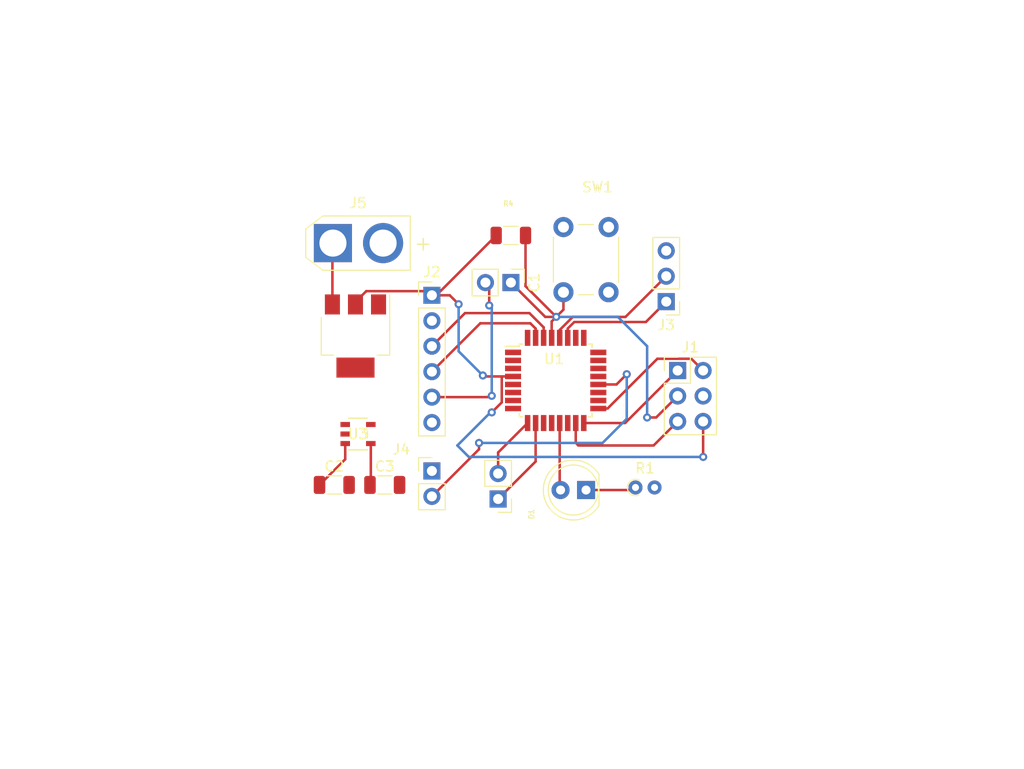
<source format=kicad_pcb>
(kicad_pcb (version 20221018) (generator pcbnew)
  (layers (0 "F.Cu" signal) (31 "B.Cu" signal) (34 "B.Paste" user) (35 "F.Paste" user) (36 "B.SilkS" user "B.Silkscreen") (37 "F.SilkS" user "F.Silkscreen") (38 "B.Mask" user) (39 "F.Mask" user) (44 "Edge.Cuts" user))
  (net 0 "")
  (net 1 "/RESET")
  (net 2 "Net-(D1-K)")
  (net 3 "Net-(D1-A)")
  (net 4 "GND")
  (net 5 "/MISO")
  (net 6 "/RX")
  (net 7 "/TX")
  (net 9 "/SDA")
  (net 10 "/SCK")
  (net 13 "/MOSI")
  (net 21 "/SCL")
  (net 30 "/Digital")
  (net 31 "/Analog")
  (net 32 "/RST")
  (net 33 "/VI")
  (net 34 "/VOUT")
  (net 35 "/AREF")
  (net 36 "+5V")
  (footprint "Connector_PinHeader_2.54mm:PinHeader_1x06_P2.54mm_Vertical" (layer "F.Cu") (at 117.983 67.31)
    (fp_text reference "J2" (at 0 -2.33) (layer "F.SilkS"))
    (fp_text value "Conn_01x06" hide)
    (fp_line (start -1.33 -1.33) (end 0 -1.33) (stroke (width 0.12)) (layer "F.SilkS"))
    (fp_line (start -1.33 0) (end -1.33 -1.33) (stroke (width 0.12)) (layer "F.SilkS"))
    (fp_line (start -1.33 1.27) (end -1.33 14.03) (stroke (width 0.12)) (layer "F.SilkS"))
    (fp_line (start -1.33 1.27) (end 1.33 1.27) (stroke (width 0.12)) (layer "F.SilkS"))
    (fp_line (start -1.33 14.03) (end 1.33 14.03) (stroke (width 0.12)) (layer "F.SilkS"))
    (fp_line (start 1.33 1.27) (end 1.33 14.03) (stroke (width 0.12)) (layer "F.SilkS"))
    (pad "1" thru_hole rect (at 0 0) (size 1.7 1.7) (drill 1) (layers "*.Cu" "*.Mask") (net 36 "+5V"))
    (pad "2" thru_hole oval (at 0 2.54) (size 1.7 1.7) (drill 1) (layers "*.Cu" "*.Mask") (net 4 "GND"))
    (pad "3" thru_hole oval (at 0 5.08) (size 1.7 1.7) (drill 1) (layers "*.Cu" "*.Mask") (net 6 "/RX"))
    (pad "4" thru_hole oval (at 0 7.62) (size 1.7 1.7) (drill 1) (layers "*.Cu" "*.Mask") (net 7 "/TX"))
    (pad "5" thru_hole oval (at 0 10.16) (size 1.7 1.7) (drill 1) (layers "*.Cu" "*.Mask") (net 32 "/RST"))
    (pad "6" thru_hole oval (at 0 12.7) (size 1.7 1.7) (drill 1) (layers "*.Cu" "*.Mask"))
  )
  (footprint "Connector_PinHeader_2.54mm:PinHeader_2x03_P2.54mm_Vertical" (layer "F.Cu") (at 142.489 74.818)
    (fp_text reference "J1" (at 1.27 -2.33) (layer "F.SilkS"))
    (fp_text value "Conn_02x03_Counter_Clockwise" hide)
    (fp_line (start -1.33 -1.33) (end 0 -1.33) (stroke (width 0.12)) (layer "F.SilkS"))
    (fp_line (start -1.33 0) (end -1.33 -1.33) (stroke (width 0.12)) (layer "F.SilkS"))
    (fp_line (start -1.33 1.27) (end -1.33 6.41) (stroke (width 0.12)) (layer "F.SilkS"))
    (fp_line (start -1.33 1.27) (end 1.27 1.27) (stroke (width 0.12)) (layer "F.SilkS"))
    (fp_line (start -1.33 6.41) (end 3.87 6.41) (stroke (width 0.12)) (layer "F.SilkS"))
    (fp_line (start 1.27 -1.33) (end 3.87 -1.33) (stroke (width 0.12)) (layer "F.SilkS"))
    (fp_line (start 1.27 1.27) (end 1.27 -1.33) (stroke (width 0.12)) (layer "F.SilkS"))
    (fp_line (start 3.87 -1.33) (end 3.87 6.41) (stroke (width 0.12)) (layer "F.SilkS"))
    (pad "1" thru_hole rect (at 0 0) (size 1.7 1.7) (drill 1) (layers "*.Cu" "*.Mask") (net 5 "/MISO"))
    (pad "2" thru_hole oval (at 2.54 0) (size 1.7 1.7) (drill 1) (layers "*.Cu" "*.Mask") (net 10 "/SCK"))
    (pad "3" thru_hole oval (at 0 2.54) (size 1.7 1.7) (drill 1) (layers "*.Cu" "*.Mask") (net 1 "/RESET"))
    (pad "4" thru_hole oval (at 2.54 2.54) (size 1.7 1.7) (drill 1) (layers "*.Cu" "*.Mask") (net 4 "GND"))
    (pad "5" thru_hole oval (at 0 5.08) (size 1.7 1.7) (drill 1) (layers "*.Cu" "*.Mask") (net 13 "/MOSI"))
    (pad "6" thru_hole oval (at 2.54 5.08) (size 1.7 1.7) (drill 1) (layers "*.Cu" "*.Mask") (net 36 "+5V"))
  )
  (footprint "Capacitor_SMD:C_1206_3216Metric" (layer "F.Cu") (at 108.253 86.233)
    (fp_text reference "C2" (at 0 -1.85) (layer "F.SilkS"))
    (fp_text value "0.1uf")
    (fp_line (start -0.711252 -0.91) (end 0.711252 -0.91) (stroke (width 0.12)) (layer "F.SilkS"))
    (fp_line (start -0.711252 0.91) (end 0.711252 0.91) (stroke (width 0.12)) (layer "F.SilkS"))
    (pad "1" smd roundrect (at -1.475 0) (size 1.15 1.8) (layers "F.Cu" "F.Paste" "F.Mask") (roundrect_rratio 0.217391) (net 33 "/VI"))
    (pad "2" smd roundrect (at 1.475 0) (size 1.15 1.8) (layers "F.Cu" "F.Paste" "F.Mask") (roundrect_rratio 0.217391) (net 4 "GND"))
  )
  (footprint "LED_THT:LED_D5.0mm" (layer "F.Cu") (at 133.355 86.741 180)
    (fp_text reference "D1" (at 5.438 -2.413 90) (layer "F.SilkS") (effects (font (size 0.5 0.5) (thickness 0.125))))
    (fp_text value "MCU_LED")
    (fp_line (start -1.29 -1.545) (end -1.29 1.545) (stroke (width 0.12)) (layer "F.SilkS"))
    (fp_arc (start -1.29 -1.54483) (mid 2.072002 -2.880433) (end 4.26 0.000462) (stroke (width 0.12)) (layer "F.SilkS"))
    (fp_arc (start 4.26 -0.000462) (mid 2.072002 2.880433) (end -1.29 1.54483) (stroke (width 0.12)) (layer "F.SilkS"))
    (fp_circle (center 1.27 0) (end 3.77 0) (stroke (width 0.12)) (fill none) (layer "F.SilkS"))
    (pad "1" thru_hole rect (at 0 0 180) (size 1.8 1.8) (drill 0.9) (layers "*.Cu" "*.Mask") (net 2 "Net-(D1-K)"))
    (pad "2" thru_hole circle (at 2.54 0 180) (size 1.8 1.8) (drill 0.9) (layers "*.Cu" "*.Mask") (net 3 "Net-(D1-A)"))
  )
  (footprint "Connector_PinHeader_2.54mm:PinHeader_1x02_P2.54mm_Vertical" (layer "F.Cu") (at 124.587 87.635 180)
    (fp_text reference "J6" hide)
    (fp_text value "AandDpin")
    (fp_line (start -1.33 -1.33) (end 0 -1.33) (stroke (width 0.12)) (layer "F.SilkS"))
    (fp_line (start -1.33 0) (end -1.33 -1.33) (stroke (width 0.12)) (layer "F.SilkS"))
    (fp_line (start -1.33 1.27) (end -1.33 3.87) (stroke (width 0.12)) (layer "F.SilkS"))
    (fp_line (start -1.33 1.27) (end 1.33 1.27) (stroke (width 0.12)) (layer "F.SilkS"))
    (fp_line (start -1.33 3.87) (end 1.33 3.87) (stroke (width 0.12)) (layer "F.SilkS"))
    (fp_line (start 1.33 1.27) (end 1.33 3.87) (stroke (width 0.12)) (layer "F.SilkS"))
    (pad "1" thru_hole rect (at 0 0 180) (size 1.7 1.7) (drill 1) (layers "*.Cu" "*.Mask") (net 31 "/Analog"))
    (pad "2" thru_hole oval (at 0 2.54 180) (size 1.7 1.7) (drill 1) (layers "*.Cu" "*.Mask") (net 30 "/Digital"))
  )
  (footprint "Connector_AMASS:AMASS_XT30U-F_1x02_P5.0mm_Vertical" (layer "F.Cu") (at 108.117 62.103)
    (fp_text reference "J5" (at 2.5 -4) (layer "F.SilkS"))
    (fp_text value "XT30")
    (fp_text user "+" (at 9 0) (layer "F.SilkS") (effects (font (size 1.5 1.5))))
    (fp_text user "-" (at -0.04 0) (layer "F.SilkS") (effects (font (size 1.5 1.5))))
    (fp_line (start -2.71 -1.41) (end -2.71 1.41) (stroke (width 0.12)) (layer "F.SilkS"))
    (fp_line (start -2.71 -1.41) (end -1.01 -2.71) (stroke (width 0.12)) (layer "F.SilkS"))
    (fp_line (start -2.71 1.41) (end -1.01 2.71) (stroke (width 0.12)) (layer "F.SilkS"))
    (fp_line (start -1.01 -2.71) (end 7.71 -2.71) (stroke (width 0.12)) (layer "F.SilkS"))
    (fp_line (start -1.01 2.71) (end 7.71 2.71) (stroke (width 0.12)) (layer "F.SilkS"))
    (fp_line (start 7.71 -2.71) (end 7.71 2.71) (stroke (width 0.12)) (layer "F.SilkS"))
    (pad "1" thru_hole rect (at 0 0) (size 3.8 3.8) (drill 2.7) (layers "*.Cu" "*.Mask") (net 33 "/VI"))
    (pad "2" thru_hole circle (at 5 0) (size 4 4) (drill 2.7) (layers "*.Cu" "*.Mask") (net 4 "GND"))
  )
  (footprint "Connector_PinHeader_2.54mm:PinHeader_1x02_P2.54mm_Vertical" (layer "F.Cu") (at 117.983 84.836)
    (fp_text reference "J4" (at -3.048 -2.154) (layer "F.SilkS"))
    (fp_text value "Conn_01x02_Pin")
    (fp_line (start -1.33 -1.33) (end 0 -1.33) (stroke (width 0.12)) (layer "F.SilkS"))
    (fp_line (start -1.33 0) (end -1.33 -1.33) (stroke (width 0.12)) (layer "F.SilkS"))
    (fp_line (start -1.33 1.27) (end -1.33 3.87) (stroke (width 0.12)) (layer "F.SilkS"))
    (fp_line (start -1.33 1.27) (end 1.33 1.27) (stroke (width 0.12)) (layer "F.SilkS"))
    (fp_line (start -1.33 3.87) (end 1.33 3.87) (stroke (width 0.12)) (layer "F.SilkS"))
    (fp_line (start 1.33 1.27) (end 1.33 3.87) (stroke (width 0.12)) (layer "F.SilkS"))
    (pad "1" thru_hole rect (at 0 0) (size 1.7 1.7) (drill 1) (layers "*.Cu" "*.Mask") (net 34 "/VOUT"))
    (pad "2" thru_hole oval (at 0 2.54) (size 1.7 1.7) (drill 1) (layers "*.Cu" "*.Mask") (net 35 "/AREF"))
  )
  (footprint "Package_QFP:TQFP-32_7x7mm_P0.8mm" (layer "F.Cu") (at 130.327 75.807)
    (fp_text reference "U1" (at -0.152 -2.147) (layer "F.SilkS"))
    (fp_text value "ATmega328P-A")
    (fp_line (start -3.625 -3.625) (end -3.625 -3.4) (stroke (width 0.15)) (layer "F.SilkS"))
    (fp_line (start -3.625 -3.625) (end -3.3 -3.625) (stroke (width 0.15)) (layer "F.SilkS"))
    (fp_line (start -3.625 -3.4) (end -5.05 -3.4) (stroke (width 0.15)) (layer "F.SilkS"))
    (fp_line (start -3.625 3.625) (end -3.625 3.3) (stroke (width 0.15)) (layer "F.SilkS"))
    (fp_line (start -3.625 3.625) (end -3.3 3.625) (stroke (width 0.15)) (layer "F.SilkS"))
    (fp_line (start 3.625 -3.625) (end 3.3 -3.625) (stroke (width 0.15)) (layer "F.SilkS"))
    (fp_line (start 3.625 -3.625) (end 3.625 -3.3) (stroke (width 0.15)) (layer "F.SilkS"))
    (fp_line (start 3.625 3.625) (end 3.3 3.625) (stroke (width 0.15)) (layer "F.SilkS"))
    (fp_line (start 3.625 3.625) (end 3.625 3.3) (stroke (width 0.15)) (layer "F.SilkS"))
    (pad "1" smd rect (at -4.25 -2.8) (size 1.6 0.55) (layers "F.Cu" "F.Paste" "F.Mask"))
    (pad "2" smd rect (at -4.25 -2) (size 1.6 0.55) (layers "F.Cu" "F.Paste" "F.Mask"))
    (pad "3" smd rect (at -4.25 -1.2) (size 1.6 0.55) (layers "F.Cu" "F.Paste" "F.Mask") (net 4 "GND"))
    (pad "4" smd rect (at -4.25 -0.4) (size 1.6 0.55) (layers "F.Cu" "F.Paste" "F.Mask") (net 36 "+5V"))
    (pad "5" smd rect (at -4.25 0.4) (size 1.6 0.55) (layers "F.Cu" "F.Paste" "F.Mask") (net 4 "GND"))
    (pad "6" smd rect (at -4.25 1.2) (size 1.6 0.55) (layers "F.Cu" "F.Paste" "F.Mask") (net 36 "+5V"))
    (pad "7" smd rect (at -4.25 2) (size 1.6 0.55) (layers "F.Cu" "F.Paste" "F.Mask"))
    (pad "8" smd rect (at -4.25 2.8) (size 1.6 0.55) (layers "F.Cu" "F.Paste" "F.Mask"))
    (pad "9" smd rect (at -2.8 4.25 90) (size 1.6 0.55) (layers "F.Cu" "F.Paste" "F.Mask") (net 30 "/Digital"))
    (pad "10" smd rect (at -2 4.25 90) (size 1.6 0.55) (layers "F.Cu" "F.Paste" "F.Mask") (net 31 "/Analog"))
    (pad "11" smd rect (at -1.2 4.25 90) (size 1.6 0.55) (layers "F.Cu" "F.Paste" "F.Mask"))
    (pad "12" smd rect (at -0.4 4.25 90) (size 1.6 0.55) (layers "F.Cu" "F.Paste" "F.Mask"))
    (pad "13" smd rect (at 0.4 4.25 90) (size 1.6 0.55) (layers "F.Cu" "F.Paste" "F.Mask") (net 3 "Net-(D1-A)"))
    (pad "14" smd rect (at 1.2 4.25 90) (size 1.6 0.55) (layers "F.Cu" "F.Paste" "F.Mask"))
    (pad "15" smd rect (at 2 4.25 90) (size 1.6 0.55) (layers "F.Cu" "F.Paste" "F.Mask") (net 13 "/MOSI"))
    (pad "16" smd rect (at 2.8 4.25 90) (size 1.6 0.55) (layers "F.Cu" "F.Paste" "F.Mask") (net 5 "/MISO"))
    (pad "17" smd rect (at 4.25 2.8) (size 1.6 0.55) (layers "F.Cu" "F.Paste" "F.Mask") (net 10 "/SCK"))
    (pad "18" smd rect (at 4.25 2) (size 1.6 0.55) (layers "F.Cu" "F.Paste" "F.Mask"))
    (pad "19" smd rect (at 4.25 1.2) (size 1.6 0.55) (layers "F.Cu" "F.Paste" "F.Mask"))
    (pad "20" smd rect (at 4.25 0.4) (size 1.6 0.55) (layers "F.Cu" "F.Paste" "F.Mask") (net 35 "/AREF"))
    (pad "21" smd rect (at 4.25 -0.4) (size 1.6 0.55) (layers "F.Cu" "F.Paste" "F.Mask") (net 4 "GND"))
    (pad "22" smd rect (at 4.25 -1.2) (size 1.6 0.55) (layers "F.Cu" "F.Paste" "F.Mask"))
    (pad "23" smd rect (at 4.25 -2) (size 1.6 0.55) (layers "F.Cu" "F.Paste" "F.Mask"))
    (pad "24" smd rect (at 4.25 -2.8) (size 1.6 0.55) (layers "F.Cu" "F.Paste" "F.Mask"))
    (pad "25" smd rect (at 2.8 -4.25 90) (size 1.6 0.55) (layers "F.Cu" "F.Paste" "F.Mask"))
    (pad "26" smd rect (at 2 -4.25 90) (size 1.6 0.55) (layers "F.Cu" "F.Paste" "F.Mask"))
    (pad "27" smd rect (at 1.2 -4.25 90) (size 1.6 0.55) (layers "F.Cu" "F.Paste" "F.Mask") (net 9 "/SDA"))
    (pad "28" smd rect (at 0.4 -4.25 90) (size 1.6 0.55) (layers "F.Cu" "F.Paste" "F.Mask") (net 21 "/SCL"))
    (pad "29" smd rect (at -0.4 -4.25 90) (size 1.6 0.55) (layers "F.Cu" "F.Paste" "F.Mask") (net 1 "/RESET"))
    (pad "30" smd rect (at -1.2 -4.25 90) (size 1.6 0.55) (layers "F.Cu" "F.Paste" "F.Mask") (net 6 "/RX"))
    (pad "31" smd rect (at -2 -4.25 90) (size 1.6 0.55) (layers "F.Cu" "F.Paste" "F.Mask") (net 7 "/TX"))
    (pad "32" smd rect (at -2.8 -4.25 90) (size 1.6 0.55) (layers "F.Cu" "F.Paste" "F.Mask"))
  )
  (footprint "Button_Switch_THT:SW_PUSH_6mm" (layer "F.Cu") (at 135.6 60.504 -90)
    (fp_text reference "SW1" (at -3.989 1.107) (layer "F.SilkS"))
    (fp_text value "MCU_Button")
    (fp_line (start -0.25 1.5) (end -0.25 3) (stroke (width 0.12)) (layer "F.SilkS"))
    (fp_line (start 1 5.5) (end 5.5 5.5) (stroke (width 0.12)) (layer "F.SilkS"))
    (fp_line (start 5.5 -1) (end 1 -1) (stroke (width 0.12)) (layer "F.SilkS"))
    (fp_line (start 6.75 3) (end 6.75 1.5) (stroke (width 0.12)) (layer "F.SilkS"))
    (pad "1" thru_hole circle (at 0 0) (size 2 2) (drill 1.1) (layers "*.Cu" "*.Mask") (net 4 "GND"))
    (pad "1" thru_hole circle (at 6.5 0) (size 2 2) (drill 1.1) (layers "*.Cu" "*.Mask") (net 4 "GND"))
    (pad "2" thru_hole circle (at 0 4.5) (size 2 2) (drill 1.1) (layers "*.Cu" "*.Mask") (net 1 "/RESET"))
    (pad "2" thru_hole circle (at 6.5 4.5) (size 2 2) (drill 1.1) (layers "*.Cu" "*.Mask") (net 1 "/RESET"))
  )
  (footprint "Connector_PinHeader_2.54mm:PinHeader_1x02_P2.54mm_Vertical" (layer "F.Cu") (at 125.862 66.04 -90)
    (fp_text reference "C1" (at 0 -2.33 90) (layer "F.SilkS"))
    (fp_text value "100nF")
    (fp_line (start -1.33 -1.33) (end 0 -1.33) (stroke (width 0.12)) (layer "F.SilkS"))
    (fp_line (start -1.33 0) (end -1.33 -1.33) (stroke (width 0.12)) (layer "F.SilkS"))
    (fp_line (start -1.33 1.27) (end -1.33 3.87) (stroke (width 0.12)) (layer "F.SilkS"))
    (fp_line (start -1.33 1.27) (end 1.33 1.27) (stroke (width 0.12)) (layer "F.SilkS"))
    (fp_line (start -1.33 3.87) (end 1.33 3.87) (stroke (width 0.12)) (layer "F.SilkS"))
    (fp_line (start 1.33 1.27) (end 1.33 3.87) (stroke (width 0.12)) (layer "F.SilkS"))
    (pad "1" thru_hole rect (at 0 0 270) (size 1.7 1.7) (drill 1) (layers "*.Cu" "*.Mask") (net 1 "/RESET"))
    (pad "2" thru_hole oval (at 0 2.54 270) (size 1.7 1.7) (drill 1) (layers "*.Cu" "*.Mask") (net 32 "/RST"))
  )
  (footprint "Resistor_THT:R_Axial_DIN0204_L3.6mm_D1.6mm_P1.90mm_Vertical" (layer "F.Cu") (at 138.287 86.487)
    (fp_text reference "R1" (at 0.95 -1.92) (layer "F.SilkS"))
    (fp_text value "1k")
    (fp_arc (start 0.320095 0.749359) (mid -0.813042 -0.054435) (end 0.417133 -0.7) (stroke (width 0.12)) (layer "F.SilkS"))
    (pad "1" thru_hole circle (at 0 0) (size 1.4 1.4) (drill 0.7) (layers "*.Cu" "*.Mask") (net 2 "Net-(D1-K)"))
    (pad "2" thru_hole oval (at 1.9 0) (size 1.4 1.4) (drill 0.7) (layers "*.Cu" "*.Mask") (net 4 "GND"))
  )
  (footprint "Connector_PinHeader_2.54mm:PinHeader_1x03_P2.54mm_Vertical" (layer "F.Cu") (at 141.351 67.945 180)
    (fp_text reference "J3" (at 0 -2.33) (layer "F.SilkS"))
    (fp_text value "Conn_01x03")
    (fp_line (start -1.33 -1.33) (end 0 -1.33) (stroke (width 0.12)) (layer "F.SilkS"))
    (fp_line (start -1.33 0) (end -1.33 -1.33) (stroke (width 0.12)) (layer "F.SilkS"))
    (fp_line (start -1.33 1.27) (end -1.33 6.41) (stroke (width 0.12)) (layer "F.SilkS"))
    (fp_line (start -1.33 1.27) (end 1.33 1.27) (stroke (width 0.12)) (layer "F.SilkS"))
    (fp_line (start -1.33 6.41) (end 1.33 6.41) (stroke (width 0.12)) (layer "F.SilkS"))
    (fp_line (start 1.33 1.27) (end 1.33 6.41) (stroke (width 0.12)) (layer "F.SilkS"))
    (pad "1" thru_hole rect (at 0 0 180) (size 1.7 1.7) (drill 1) (layers "*.Cu" "*.Mask") (net 9 "/SDA"))
    (pad "2" thru_hole oval (at 0 2.54 180) (size 1.7 1.7) (drill 1) (layers "*.Cu" "*.Mask") (net 21 "/SCL"))
    (pad "3" thru_hole oval (at 0 5.08 180) (size 1.7 1.7) (drill 1) (layers "*.Cu" "*.Mask") (net 4 "GND"))
  )
  (footprint "Package_TO_SOT_SMD:SOT-223-3_TabPin2" (layer "F.Cu") (at 110.363 71.374 -90)
    (fp_text reference "U2" hide)
    (fp_text value "AMS1117")
    (fp_line (start -4.1 -3.41) (end 1.91 -3.41) (stroke (width 0.12)) (layer "F.SilkS"))
    (fp_line (start -1.85 3.41) (end 1.91 3.41) (stroke (width 0.12)) (layer "F.SilkS"))
    (fp_line (start 1.91 -3.41) (end 1.91 -2.15) (stroke (width 0.12)) (layer "F.SilkS"))
    (fp_line (start 1.91 3.41) (end 1.91 2.15) (stroke (width 0.12)) (layer "F.SilkS"))
    (pad "1" smd rect (at -3.15 -2.3 270) (size 2 1.5) (layers "F.Cu" "F.Paste" "F.Mask") (net 4 "GND"))
    (pad "2" smd rect (at -3.15 0 270) (size 2 1.5) (layers "F.Cu" "F.Paste" "F.Mask") (net 36 "+5V"))
    (pad "2" smd rect (at 3.15 0 270) (size 2 3.8) (layers "F.Cu" "F.Paste" "F.Mask") (net 36 "+5V"))
    (pad "3" smd rect (at -3.15 2.3 270) (size 2 1.5) (layers "F.Cu" "F.Paste" "F.Mask") (net 33 "/VI"))
  )
  (footprint "Resistor_SMD:R_1206_3216Metric" (layer "F.Cu") (at 125.857 61.341 180)
    (fp_text reference "R4" (at 0.254 3.175) (layer "F.SilkS") (effects (font (size 0.5 0.5) (thickness 0.125))))
    (fp_text value "10K")
    (fp_line (start -0.727064 -0.91) (end 0.727064 -0.91) (stroke (width 0.12)) (layer "F.SilkS"))
    (fp_line (start -0.727064 0.91) (end 0.727064 0.91) (stroke (width 0.12)) (layer "F.SilkS"))
    (pad "1" smd roundrect (at -1.4625 0 180) (size 1.125 1.75) (layers "F.Cu" "F.Paste" "F.Mask") (roundrect_rratio 0.222222) (net 1 "/RESET"))
    (pad "2" smd roundrect (at 1.4625 0 180) (size 1.125 1.75) (layers "F.Cu" "F.Paste" "F.Mask") (roundrect_rratio 0.222222) (net 36 "+5V"))
  )
  (footprint "Capacitor_SMD:C_1206_3216Metric" (layer "F.Cu") (at 113.284 86.233)
    (fp_text reference "C3" (at 0 -1.85) (layer "F.SilkS"))
    (fp_text value "0.1uf")
    (fp_line (start -0.711252 -0.91) (end 0.711252 -0.91) (stroke (width 0.12)) (layer "F.SilkS"))
    (fp_line (start -0.711252 0.91) (end 0.711252 0.91) (stroke (width 0.12)) (layer "F.SilkS"))
    (pad "1" smd roundrect (at -1.475 0) (size 1.15 1.8) (layers "F.Cu" "F.Paste" "F.Mask") (roundrect_rratio 0.217391) (net 34 "/VOUT"))
    (pad "2" smd roundrect (at 1.475 0) (size 1.15 1.8) (layers "F.Cu" "F.Paste" "F.Mask") (roundrect_rratio 0.217391) (net 4 "GND"))
  )
  (footprint "footprints:UJ_5_ADI" (layer "F.Cu") (at 110.617 81.153)
    (fp_text reference "U3" (at 0 0 unlocked) (layer "F.SilkS"))
    (fp_text value "ADR02AUJZ-REEL7")
    (fp_line (start -0.9271 1.5748) (end 0.9271 1.5748) (stroke (width 0.1524)) (layer "F.SilkS"))
    (fp_line (start 0.9271 -1.5748) (end -0.9271 -1.5748) (stroke (width 0.1524)) (layer "F.SilkS"))
    (fp_line (start 0.9271 0.363261) (end 0.9271 -0.363261) (stroke (width 0.1524)) (layer "F.SilkS"))
    (pad "1" smd rect (at -1.27635 -0.950001) (size 0.9525 0.508) (layers "F.Cu" "F.Paste" "F.Mask"))
    (pad "2" smd rect (at -1.27635 0) (size 0.9525 0.508) (layers "F.Cu" "F.Paste" "F.Mask") (net 4 "GND"))
    (pad "3" smd rect (at -1.27635 0.950001) (size 0.9525 0.508) (layers "F.Cu" "F.Paste" "F.Mask") (net 33 "/VI"))
    (pad "4" smd rect (at 1.27635 0.950001) (size 0.9525 0.508) (layers "F.Cu" "F.Paste" "F.Mask") (net 34 "/VOUT"))
    (pad "5" smd rect (at 1.27635 -0.950001) (size 0.9525 0.508) (layers "F.Cu" "F.Paste" "F.Mask"))
  )
  (segment (start 127.3195 61.341) (end 127.3195 66.400459) (width 0.25) (layer "F.Cu") (net 1))
  (segment (start 129.927 69.918381) (end 129.927 71.557) (width 0.25) (layer "F.Cu") (net 1))
  (segment (start 140.345 79.502) (end 139.446 79.502) (width 0.25) (layer "F.Cu") (net 1))
  (segment (start 129.28517 69.46317) (end 130.382211 69.46317) (width 0.25) (layer "F.Cu") (net 1))
  (segment (start 131.1 68.745381) (end 130.382211 69.46317) (width 0.25) (layer "F.Cu") (net 1))
  (segment (start 131.1 67.004) (end 131.1 68.745381) (width 0.25) (layer "F.Cu") (net 1))
  (segment (start 142.489 77.358) (end 140.345 79.502) (width 0.25) (layer "F.Cu") (net 1))
  (segment (start 130.382211 69.46317) (end 129.927 69.918381) (width 0.25) (layer "F.Cu") (net 1))
  (segment (start 127.3195 66.400459) (end 130.382211 69.46317) (width 0.25) (layer "F.Cu") (net 1))
  (segment (start 125.862 66.04) (end 129.28517 69.46317) (width 0.25) (layer "F.Cu") (net 1))
  (via (at 130.382211 69.46317) (size 0.8) (drill 0.4) (layers "F.Cu" "B.Cu") (net 1))
  (via (at 139.446 79.502) (size 0.8) (drill 0.4) (layers "F.Cu" "B.Cu") (net 1))
  (segment (start 130.42317 69.469) (end 130.429 69.469) (width 0.25) (layer "B.Cu") (net 1))
  (segment (start 130.43483 69.469) (end 130.382211 69.46317) (width 0.25) (layer "B.Cu") (net 1))
  (segment (start 130.382211 69.46317) (end 130.42317 69.469) (width 0.25) (layer "B.Cu") (net 1))
  (segment (start 139.446 72.39) (end 136.51917 69.46317) (width 0.25) (layer "B.Cu") (net 1))
  (segment (start 136.51917 69.46317) (end 130.382211 69.46317) (width 0.25) (layer "B.Cu") (net 1))
  (segment (start 139.446 79.502) (end 139.446 72.39) (width 0.25) (layer "B.Cu") (net 1))
  (segment (start 133.355 86.741) (end 138.033 86.741) (width 0.25) (layer "F.Cu") (net 2))
  (segment (start 138.033 86.741) (end 138.287 86.487) (width 0.25) (layer "F.Cu") (net 2))
  (segment (start 130.727 80.057) (end 130.727 86.653) (width 0.25) (layer "F.Cu") (net 3))
  (segment (start 130.727 86.653) (end 130.815 86.741) (width 0.25) (layer "F.Cu") (net 3))
  (segment (start 137.25 80.057) (end 142.489 74.818) (width 0.25) (layer "F.Cu") (net 5))
  (segment (start 133.127 80.057) (end 137.25 80.057) (width 0.25) (layer "F.Cu") (net 5))
  (segment (start 127.708 69.088) (end 129.127 70.507) (width 0.25) (layer "F.Cu") (net 6))
  (segment (start 117.983 72.39) (end 121.285 69.088) (width 0.25) (layer "F.Cu") (net 6))
  (segment (start 121.285 69.088) (end 127.708 69.088) (width 0.25) (layer "F.Cu") (net 6))
  (segment (start 129.127 70.507) (end 129.127 71.557) (width 0.25) (layer "F.Cu") (net 6))
  (segment (start 122.809 70.104) (end 127.799 70.104) (width 0.25) (layer "F.Cu") (net 7))
  (segment (start 128.327 70.632) (end 128.327 71.557) (width 0.25) (layer "F.Cu") (net 7))
  (segment (start 117.983 74.93) (end 122.809 70.104) (width 0.25) (layer "F.Cu") (net 7))
  (segment (start 127.799 70.104) (end 128.327 70.632) (width 0.25) (layer "F.Cu") (net 7))
  (segment (start 131.527 70.632) (end 132.182 69.977) (width 0.25) (layer "F.Cu") (net 9))
  (segment (start 139.319 69.977) (end 141.351 67.945) (width 0.25) (layer "F.Cu") (net 9))
  (segment (start 132.182 69.977) (end 139.319 69.977) (width 0.25) (layer "F.Cu") (net 9))
  (segment (start 131.527 71.557) (end 131.527 70.632) (width 0.25) (layer "F.Cu") (net 9))
  (segment (start 135.502 78.607) (end 134.577 78.607) (width 0.25) (layer "F.Cu") (net 10))
  (segment (start 140.466 73.643) (end 135.502 78.607) (width 0.25) (layer "F.Cu") (net 10))
  (segment (start 143.854 73.643) (end 140.466 73.643) (width 0.25) (layer "F.Cu") (net 10))
  (segment (start 145.029 74.818) (end 143.854 73.643) (width 0.25) (layer "F.Cu") (net 10))
  (segment (start 132.327 82.035) (end 132.327 80.057) (width 0.25) (layer "F.Cu") (net 13))
  (segment (start 140.091 82.296) (end 132.588 82.296) (width 0.25) (layer "F.Cu") (net 13))
  (segment (start 132.588 82.296) (end 132.327 82.035) (width 0.25) (layer "F.Cu") (net 13))
  (segment (start 142.489 79.898) (end 140.091 82.296) (width 0.25) (layer "F.Cu") (net 13))
  (segment (start 132.027 69.469) (end 130.727 70.769) (width 0.25) (layer "F.Cu") (net 21))
  (segment (start 130.727 70.769) (end 130.727 71.557) (width 0.25) (layer "F.Cu") (net 21))
  (segment (start 137.287 69.469) (end 132.027 69.469) (width 0.25) (layer "F.Cu") (net 21))
  (segment (start 141.351 65.405) (end 137.287 69.469) (width 0.25) (layer "F.Cu") (net 21))
  (segment (start 124.587 85.095) (end 124.587 82.997) (width 0.25) (layer "F.Cu") (net 30))
  (segment (start 124.587 82.997) (end 127.527 80.057) (width 0.25) (layer "F.Cu") (net 30))
  (segment (start 124.587 87.635) (end 128.327 83.895) (width 0.25) (layer "F.Cu") (net 31))
  (segment (start 128.327 83.895) (end 128.327 80.057) (width 0.25) (layer "F.Cu") (net 31))
  (segment (start 123.825 77.47) (end 123.952 77.343) (width 0.25) (layer "F.Cu") (net 32))
  (segment (start 123.698 66.416) (end 123.322 66.04) (width 0.25) (layer "F.Cu") (net 32))
  (segment (start 117.983 77.47) (end 123.825 77.47) (width 0.25) (layer "F.Cu") (net 32))
  (segment (start 123.698 68.326) (end 123.698 66.416) (width 0.25) (layer "F.Cu") (net 32))
  (via (at 123.952 77.343) (size 0.8) (drill 0.4) (layers "F.Cu" "B.Cu") (net 32))
  (via (at 123.698 68.326) (size 0.8) (drill 0.4) (layers "F.Cu" "B.Cu") (net 32))
  (segment (start 123.952 68.58) (end 123.698 68.326) (width 0.25) (layer "B.Cu") (net 32))
  (segment (start 123.952 77.343) (end 123.952 68.58) (width 0.25) (layer "B.Cu") (net 32))
  (segment (start 109.34065 82.103001) (end 109.34065 83.67035) (width 0.25) (layer "F.Cu") (net 33))
  (segment (start 108.063 68.224) (end 108.063 62.157) (width 0.25) (layer "F.Cu") (net 33))
  (segment (start 108.063 62.157) (end 108.117 62.103) (width 0.25) (layer "F.Cu") (net 33))
  (segment (start 109.34065 83.67035) (end 106.778 86.233) (width 0.25) (layer "F.Cu") (net 33))
  (segment (start 111.89335 86.14865) (end 111.809 86.233) (width 0.25) (layer "F.Cu") (net 34))
  (segment (start 111.89335 82.103001) (end 111.89335 86.14865) (width 0.25) (layer "F.Cu") (net 34))
  (segment (start 117.983 87.376) (end 122.682 82.677) (width 0.25) (layer "F.Cu") (net 35))
  (segment (start 137.414 75.184) (end 136.391 76.207) (width 0.25) (layer "F.Cu") (net 35))
  (segment (start 122.682 82.677) (end 122.682 82.042) (width 0.25) (layer "F.Cu") (net 35))
  (segment (start 136.391 76.207) (end 134.577 76.207) (width 0.25) (layer "F.Cu") (net 35))
  (via (at 137.414 75.184) (size 0.8) (drill 0.4) (layers "F.Cu" "B.Cu") (net 35))
  (via (at 122.682 82.042) (size 0.8) (drill 0.4) (layers "F.Cu" "B.Cu") (net 35))
  (segment (start 135.001 82.042) (end 137.414 79.629) (width 0.25) (layer "B.Cu") (net 35))
  (segment (start 137.414 79.629) (end 137.414 75.184) (width 0.25) (layer "B.Cu") (net 35))
  (segment (start 122.682 82.042) (end 135.001 82.042) (width 0.25) (layer "B.Cu") (net 35))
  (segment (start 124.952 77.994) (end 124.952 75.496386) (width 0.25) (layer "F.Cu") (net 36))
  (segment (start 117.983 67.31) (end 119.761 67.31) (width 0.25) (layer "F.Cu") (net 36))
  (segment (start 111.438 66.899) (end 117.572 66.899) (width 0.25) (layer "F.Cu") (net 36))
  (segment (start 123.159 75.407) (end 125.041386 75.407) (width 0.25) (layer "F.Cu") (net 36))
  (segment (start 119.761 67.31) (end 120.65 68.199) (width 0.25) (layer "F.Cu") (net 36))
  (segment (start 118.4255 67.31) (end 117.983 67.31) (width 0.25) (layer "F.Cu") (net 36))
  (segment (start 123.952 78.994) (end 124.952 77.994) (width 0.25) (layer "F.Cu") (net 36))
  (segment (start 145.029 79.898) (end 145.029 83.434) (width 0.25) (layer "F.Cu") (net 36))
  (segment (start 110.363 67.974) (end 111.438 66.899) (width 0.25) (layer "F.Cu") (net 36))
  (segment (start 123.063 75.311) (end 123.159 75.407) (width 0.25) (layer "F.Cu") (net 36))
  (segment (start 110.363 68.224) (end 110.363 67.974) (width 0.25) (layer "F.Cu") (net 36))
  (segment (start 125.041386 75.407) (end 126.077 75.407) (width 0.25) (layer "F.Cu") (net 36))
  (segment (start 117.572 66.899) (end 117.983 67.31) (width 0.25) (layer "F.Cu") (net 36))
  (segment (start 145.029 83.434) (end 145.034 83.439) (width 0.25) (layer "F.Cu") (net 36))
  (segment (start 124.952 75.496386) (end 125.041386 75.407) (width 0.25) (layer "F.Cu") (net 36))
  (segment (start 124.3945 61.341) (end 118.4255 67.31) (width 0.25) (layer "F.Cu") (net 36))
  (via (at 123.063 75.311) (size 0.8) (drill 0.4) (layers "F.Cu" "B.Cu") (net 36))
  (via (at 145.034 83.439) (size 0.8) (drill 0.4) (layers "F.Cu" "B.Cu") (net 36))
  (via (at 123.952 78.994) (size 0.8) (drill 0.4) (layers "F.Cu" "B.Cu") (net 36))
  (via (at 120.65 68.199) (size 0.8) (drill 0.4) (layers "F.Cu" "B.Cu") (net 36))
  (segment (start 123.825 78.994) (end 123.952 78.994) (width 0.25) (layer "B.Cu") (net 36))
  (segment (start 121.666 83.439) (end 120.523 82.296) (width 0.25) (layer "B.Cu") (net 36))
  (segment (start 120.65 72.898) (end 123.063 75.311) (width 0.25) (layer "B.Cu") (net 36))
  (segment (start 145.034 83.439) (end 121.666 83.439) (width 0.25) (layer "B.Cu") (net 36))
  (segment (start 120.523 82.296) (end 123.825 78.994) (width 0.25) (layer "B.Cu") (net 36))
  (segment (start 120.65 68.199) (end 120.65 72.898) (width 0.25) (layer "B.Cu") (net 36))
)
</source>
